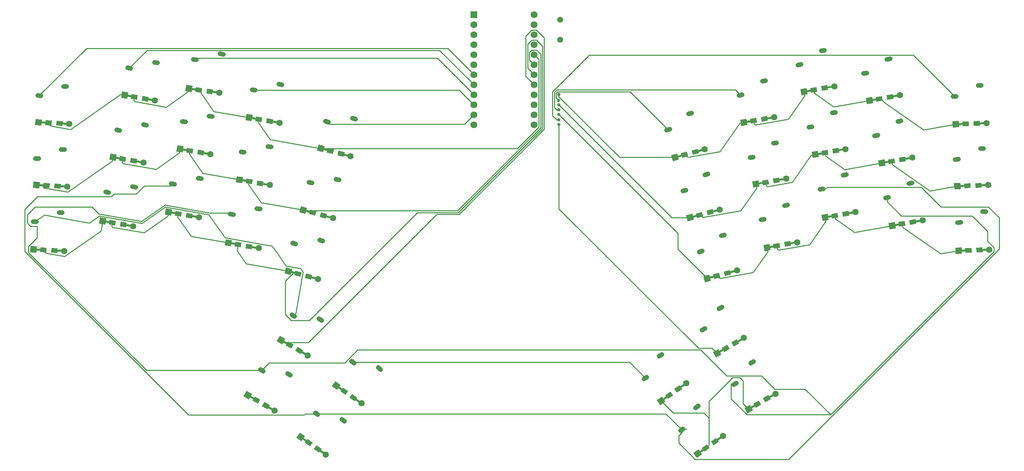
<source format=gbr>
G04 #@! TF.GenerationSoftware,KiCad,Pcbnew,(5.1.5)-1*
G04 #@! TF.CreationDate,2021-07-11T17:01:56-04:00*
G04 #@! TF.ProjectId,baboon38 v0.4,6261626f-6f6e-4333-9820-76302e342e6b,rev?*
G04 #@! TF.SameCoordinates,Original*
G04 #@! TF.FileFunction,Copper,L2,Bot*
G04 #@! TF.FilePolarity,Positive*
%FSLAX46Y46*%
G04 Gerber Fmt 4.6, Leading zero omitted, Abs format (unit mm)*
G04 Created by KiCad (PCBNEW (5.1.5)-1) date 2021-07-11 17:01:56*
%MOMM*%
%LPD*%
G04 APERTURE LIST*
%ADD10C,1.500000*%
%ADD11C,1.752600*%
%ADD12R,1.752600X1.752600*%
%ADD13C,1.200000*%
%ADD14C,0.100000*%
%ADD15C,1.600000*%
%ADD16C,0.800000*%
%ADD17C,0.250000*%
G04 APERTURE END LIST*
D10*
X164200000Y-21960000D03*
X164200000Y-27040000D03*
D11*
X157620000Y-20630000D03*
X142380000Y-48570000D03*
X157620000Y-23170000D03*
X157620000Y-25710000D03*
X157620000Y-28250000D03*
X157620000Y-30790000D03*
X157620000Y-33330000D03*
X157620000Y-35870000D03*
X157620000Y-38410000D03*
X157620000Y-40950000D03*
X157620000Y-43490000D03*
X157620000Y-46030000D03*
X157620000Y-48570000D03*
X142380000Y-46030000D03*
X142380000Y-43490000D03*
X142380000Y-40950000D03*
X142380000Y-38410000D03*
X142380000Y-35870000D03*
X142380000Y-33330000D03*
X142380000Y-30790000D03*
X142380000Y-28250000D03*
X142380000Y-25710000D03*
X142380000Y-23170000D03*
D12*
X142380000Y-20630000D03*
D13*
X220978800Y-69040811D02*
X221766646Y-68901893D01*
X215067856Y-72662254D02*
X215855702Y-72523336D01*
X37896265Y-54843600D02*
X38695777Y-54871520D01*
X31361550Y-57156951D02*
X32161062Y-57184871D01*
G04 #@! TA.AperFunction,Conductor*
D14*
G36*
X214287161Y-119055081D02*
G01*
X214537161Y-119488093D01*
X212025687Y-120938093D01*
X211775687Y-120505081D01*
X214287161Y-119055081D01*
G37*
G04 #@! TD.AperFunction*
G04 #@! TA.AperFunction,Conductor*
G36*
X218617289Y-116555081D02*
G01*
X218867289Y-116988093D01*
X216355815Y-118438093D01*
X216105815Y-118005081D01*
X218617289Y-116555081D01*
G37*
G04 #@! TD.AperFunction*
G04 #@! TA.AperFunction,ComponentPad*
G36*
X212236809Y-119603767D02*
G01*
X213036809Y-120989407D01*
X211651169Y-121789407D01*
X210851169Y-120403767D01*
X212236809Y-119603767D01*
G37*
G04 #@! TD.AperFunction*
D15*
X218698987Y-116796587D03*
G04 #@! TA.AperFunction,SMDPad,CuDef*
D14*
G36*
X216926744Y-117126972D02*
G01*
X217526744Y-118166202D01*
X216141104Y-118966202D01*
X215541104Y-117926972D01*
X216926744Y-117126972D01*
G37*
G04 #@! TD.AperFunction*
G04 #@! TA.AperFunction,SMDPad,CuDef*
G36*
X214501872Y-118526972D02*
G01*
X215101872Y-119566202D01*
X213716232Y-120366202D01*
X213116232Y-119326972D01*
X214501872Y-118526972D01*
G37*
G04 #@! TD.AperFunction*
G04 #@! TA.AperFunction,Conductor*
G36*
X201209441Y-130143427D02*
G01*
X201496230Y-130553003D01*
X199120689Y-132216375D01*
X198833900Y-131806799D01*
X201209441Y-130143427D01*
G37*
G04 #@! TD.AperFunction*
G04 #@! TA.AperFunction,Conductor*
G36*
X205305201Y-127275545D02*
G01*
X205591990Y-127685121D01*
X203216449Y-129348493D01*
X202929660Y-128938917D01*
X205305201Y-127275545D01*
G37*
G04 #@! TD.AperFunction*
G04 #@! TA.AperFunction,ComponentPad*
G36*
X199214712Y-130868725D02*
G01*
X200132435Y-132179368D01*
X198821792Y-133097091D01*
X197904069Y-131786448D01*
X199214712Y-130868725D01*
G37*
G04 #@! TD.AperFunction*
D15*
X205407638Y-127509012D03*
G04 #@! TA.AperFunction,SMDPad,CuDef*
D14*
G36*
X203670934Y-127992601D02*
G01*
X204359225Y-128975583D01*
X203048582Y-129893305D01*
X202360291Y-128910323D01*
X203670934Y-127992601D01*
G37*
G04 #@! TD.AperFunction*
G04 #@! TA.AperFunction,SMDPad,CuDef*
G36*
X201377308Y-129598615D02*
G01*
X202065599Y-130581597D01*
X200754956Y-131499319D01*
X200066665Y-130516337D01*
X201377308Y-129598615D01*
G37*
G04 #@! TD.AperFunction*
G04 #@! TA.AperFunction,Conductor*
G36*
X191938464Y-116784573D02*
G01*
X192225253Y-117194149D01*
X189849712Y-118857521D01*
X189562923Y-118447945D01*
X191938464Y-116784573D01*
G37*
G04 #@! TD.AperFunction*
G04 #@! TA.AperFunction,Conductor*
G36*
X196034224Y-113916691D02*
G01*
X196321013Y-114326267D01*
X193945472Y-115989639D01*
X193658683Y-115580063D01*
X196034224Y-113916691D01*
G37*
G04 #@! TD.AperFunction*
G04 #@! TA.AperFunction,ComponentPad*
G36*
X189943735Y-117509871D02*
G01*
X190861458Y-118820514D01*
X189550815Y-119738237D01*
X188633092Y-118427594D01*
X189943735Y-117509871D01*
G37*
G04 #@! TD.AperFunction*
D15*
X196136661Y-114150158D03*
G04 #@! TA.AperFunction,SMDPad,CuDef*
D14*
G36*
X194399957Y-114633747D02*
G01*
X195088248Y-115616729D01*
X193777605Y-116534451D01*
X193089314Y-115551469D01*
X194399957Y-114633747D01*
G37*
G04 #@! TD.AperFunction*
G04 #@! TA.AperFunction,SMDPad,CuDef*
G36*
X192106331Y-116239761D02*
G01*
X192794622Y-117222743D01*
X191483979Y-118140465D01*
X190795688Y-117157483D01*
X192106331Y-116239761D01*
G37*
G04 #@! TD.AperFunction*
G04 #@! TA.AperFunction,Conductor*
G36*
X206290055Y-104904240D02*
G01*
X206540055Y-105337252D01*
X204028581Y-106787252D01*
X203778581Y-106354240D01*
X206290055Y-104904240D01*
G37*
G04 #@! TD.AperFunction*
G04 #@! TA.AperFunction,Conductor*
G36*
X210620183Y-102404240D02*
G01*
X210870183Y-102837252D01*
X208358709Y-104287252D01*
X208108709Y-103854240D01*
X210620183Y-102404240D01*
G37*
G04 #@! TD.AperFunction*
G04 #@! TA.AperFunction,ComponentPad*
G36*
X204239703Y-105452926D02*
G01*
X205039703Y-106838566D01*
X203654063Y-107638566D01*
X202854063Y-106252926D01*
X204239703Y-105452926D01*
G37*
G04 #@! TD.AperFunction*
D15*
X210701881Y-102645746D03*
G04 #@! TA.AperFunction,SMDPad,CuDef*
D14*
G36*
X208929638Y-102976131D02*
G01*
X209529638Y-104015361D01*
X208143998Y-104815361D01*
X207543998Y-103776131D01*
X208929638Y-102976131D01*
G37*
G04 #@! TD.AperFunction*
G04 #@! TA.AperFunction,SMDPad,CuDef*
G36*
X206504766Y-104376131D02*
G01*
X207104766Y-105415361D01*
X205719126Y-106215361D01*
X205119126Y-105176131D01*
X206504766Y-104376131D01*
G37*
G04 #@! TD.AperFunction*
G04 #@! TA.AperFunction,Conductor*
G36*
X87708794Y-118370495D02*
G01*
X87458794Y-118803507D01*
X84947320Y-117353507D01*
X85197320Y-116920495D01*
X87708794Y-118370495D01*
G37*
G04 #@! TD.AperFunction*
G04 #@! TA.AperFunction,Conductor*
G36*
X92038922Y-120870495D02*
G01*
X91788922Y-121303507D01*
X89277448Y-119853507D01*
X89527448Y-119420495D01*
X92038922Y-120870495D01*
G37*
G04 #@! TD.AperFunction*
G04 #@! TA.AperFunction,ComponentPad*
G36*
X86208442Y-116869181D02*
G01*
X85408442Y-118254821D01*
X84022802Y-117454821D01*
X84822802Y-116069181D01*
X86208442Y-116869181D01*
G37*
G04 #@! TD.AperFunction*
D15*
X91870620Y-121062001D03*
G04 #@! TA.AperFunction,SMDPad,CuDef*
D14*
G36*
X90698377Y-119692386D02*
G01*
X90098377Y-120731616D01*
X88712737Y-119931616D01*
X89312737Y-118892386D01*
X90698377Y-119692386D01*
G37*
G04 #@! TD.AperFunction*
G04 #@! TA.AperFunction,SMDPad,CuDef*
G36*
X88273505Y-118292386D02*
G01*
X87673505Y-119331616D01*
X86287865Y-118531616D01*
X86887865Y-117492386D01*
X88273505Y-118292386D01*
G37*
G04 #@! TD.AperFunction*
G04 #@! TA.AperFunction,Conductor*
G36*
X100975851Y-129195995D02*
G01*
X100689062Y-129605571D01*
X98313521Y-127942199D01*
X98600310Y-127532623D01*
X100975851Y-129195995D01*
G37*
G04 #@! TD.AperFunction*
G04 #@! TA.AperFunction,Conductor*
G36*
X105071611Y-132063877D02*
G01*
X104784822Y-132473453D01*
X102409281Y-130810081D01*
X102696070Y-130400505D01*
X105071611Y-132063877D01*
G37*
G04 #@! TD.AperFunction*
G04 #@! TA.AperFunction,ComponentPad*
G36*
X99612056Y-127569630D02*
G01*
X98694333Y-128880273D01*
X97383690Y-127962550D01*
X98301413Y-126651907D01*
X99612056Y-127569630D01*
G37*
G04 #@! TD.AperFunction*
D15*
X104887259Y-132239986D03*
G04 #@! TA.AperFunction,SMDPad,CuDef*
D14*
G36*
X103838846Y-130773415D02*
G01*
X103150555Y-131756397D01*
X101839912Y-130838675D01*
X102528203Y-129855693D01*
X103838846Y-130773415D01*
G37*
G04 #@! TD.AperFunction*
G04 #@! TA.AperFunction,SMDPad,CuDef*
G36*
X101545220Y-129167401D02*
G01*
X100856929Y-130150383D01*
X99546286Y-129232661D01*
X100234577Y-128249679D01*
X101545220Y-129167401D01*
G37*
G04 #@! TD.AperFunction*
G04 #@! TA.AperFunction,Conductor*
G36*
X109974117Y-116162146D02*
G01*
X109687328Y-116571722D01*
X107311787Y-114908350D01*
X107598576Y-114498774D01*
X109974117Y-116162146D01*
G37*
G04 #@! TD.AperFunction*
G04 #@! TA.AperFunction,Conductor*
G36*
X114069877Y-119030028D02*
G01*
X113783088Y-119439604D01*
X111407547Y-117776232D01*
X111694336Y-117366656D01*
X114069877Y-119030028D01*
G37*
G04 #@! TD.AperFunction*
G04 #@! TA.AperFunction,ComponentPad*
G36*
X108610322Y-114535781D02*
G01*
X107692599Y-115846424D01*
X106381956Y-114928701D01*
X107299679Y-113618058D01*
X108610322Y-114535781D01*
G37*
G04 #@! TD.AperFunction*
D15*
X113885525Y-119206137D03*
G04 #@! TA.AperFunction,SMDPad,CuDef*
D14*
G36*
X112837112Y-117739566D02*
G01*
X112148821Y-118722548D01*
X110838178Y-117804826D01*
X111526469Y-116821844D01*
X112837112Y-117739566D01*
G37*
G04 #@! TD.AperFunction*
G04 #@! TA.AperFunction,SMDPad,CuDef*
G36*
X110543486Y-116133552D02*
G01*
X109855195Y-117116534D01*
X108544552Y-116198812D01*
X109232843Y-115215830D01*
X110543486Y-116133552D01*
G37*
G04 #@! TD.AperFunction*
G04 #@! TA.AperFunction,Conductor*
G36*
X96121807Y-104384030D02*
G01*
X95871807Y-104817042D01*
X93360333Y-103367042D01*
X93610333Y-102934030D01*
X96121807Y-104384030D01*
G37*
G04 #@! TD.AperFunction*
G04 #@! TA.AperFunction,Conductor*
G36*
X100451935Y-106884030D02*
G01*
X100201935Y-107317042D01*
X97690461Y-105867042D01*
X97940461Y-105434030D01*
X100451935Y-106884030D01*
G37*
G04 #@! TD.AperFunction*
G04 #@! TA.AperFunction,ComponentPad*
G36*
X94621455Y-102882716D02*
G01*
X93821455Y-104268356D01*
X92435815Y-103468356D01*
X93235815Y-102082716D01*
X94621455Y-102882716D01*
G37*
G04 #@! TD.AperFunction*
D15*
X100283633Y-107075536D03*
G04 #@! TA.AperFunction,SMDPad,CuDef*
D14*
G36*
X99111390Y-105705921D02*
G01*
X98511390Y-106745151D01*
X97125750Y-105945151D01*
X97725750Y-104905921D01*
X99111390Y-105705921D01*
G37*
G04 #@! TD.AperFunction*
G04 #@! TA.AperFunction,SMDPad,CuDef*
G36*
X96686518Y-104305921D02*
G01*
X96086518Y-105345151D01*
X94700878Y-104545151D01*
X95300878Y-103505921D01*
X96686518Y-104305921D01*
G37*
G04 #@! TD.AperFunction*
G04 #@! TA.AperFunction,Conductor*
G36*
X267911737Y-80163134D02*
G01*
X267929187Y-80662829D01*
X265030953Y-80764038D01*
X265013503Y-80264343D01*
X267911737Y-80163134D01*
G37*
G04 #@! TD.AperFunction*
G04 #@! TA.AperFunction,Conductor*
G36*
X272908691Y-79988636D02*
G01*
X272926141Y-80488331D01*
X270027907Y-80589540D01*
X270010457Y-80089845D01*
X272908691Y-79988636D01*
G37*
G04 #@! TD.AperFunction*
G04 #@! TA.AperFunction,ComponentPad*
G36*
X265843791Y-79685013D02*
G01*
X265899630Y-81284038D01*
X264300605Y-81339877D01*
X264244766Y-79740852D01*
X265843791Y-79685013D01*
G37*
G04 #@! TD.AperFunction*
D15*
X272867446Y-80240229D03*
G04 #@! TA.AperFunction,SMDPad,CuDef*
D14*
G36*
X271147542Y-79699924D02*
G01*
X271189421Y-80899193D01*
X269590396Y-80955032D01*
X269548517Y-79755763D01*
X271147542Y-79699924D01*
G37*
G04 #@! TD.AperFunction*
G04 #@! TA.AperFunction,SMDPad,CuDef*
G36*
X268349248Y-79797642D02*
G01*
X268391127Y-80996911D01*
X266792102Y-81052750D01*
X266750223Y-79853481D01*
X268349248Y-79797642D01*
G37*
G04 #@! TD.AperFunction*
G04 #@! TA.AperFunction,Conductor*
G36*
X251029216Y-73416505D02*
G01*
X251116040Y-73908909D01*
X248260098Y-74412489D01*
X248173274Y-73920085D01*
X251029216Y-73416505D01*
G37*
G04 #@! TD.AperFunction*
G04 #@! TA.AperFunction,Conductor*
G36*
X255953254Y-72548265D02*
G01*
X256040078Y-73040669D01*
X253184136Y-73544249D01*
X253097312Y-73051845D01*
X255953254Y-72548265D01*
G37*
G04 #@! TD.AperFunction*
G04 #@! TA.AperFunction,ComponentPad*
G36*
X248914854Y-73230840D02*
G01*
X249192691Y-74806533D01*
X247616998Y-75084370D01*
X247339161Y-73508677D01*
X248914854Y-73230840D01*
G37*
G04 #@! TD.AperFunction*
D15*
X255947426Y-72803149D03*
G04 #@! TA.AperFunction,SMDPad,CuDef*
D14*
G36*
X254169064Y-72507467D02*
G01*
X254377442Y-73689236D01*
X252801750Y-73967073D01*
X252593372Y-72785304D01*
X254169064Y-72507467D01*
G37*
G04 #@! TD.AperFunction*
G04 #@! TA.AperFunction,SMDPad,CuDef*
G36*
X251411602Y-72993681D02*
G01*
X251619980Y-74175450D01*
X250044288Y-74453287D01*
X249835910Y-73271518D01*
X251411602Y-72993681D01*
G37*
G04 #@! TD.AperFunction*
G04 #@! TA.AperFunction,Conductor*
G36*
X234046580Y-71328425D02*
G01*
X234133404Y-71820829D01*
X231277462Y-72324409D01*
X231190638Y-71832005D01*
X234046580Y-71328425D01*
G37*
G04 #@! TD.AperFunction*
G04 #@! TA.AperFunction,Conductor*
G36*
X238970618Y-70460185D02*
G01*
X239057442Y-70952589D01*
X236201500Y-71456169D01*
X236114676Y-70963765D01*
X238970618Y-70460185D01*
G37*
G04 #@! TD.AperFunction*
G04 #@! TA.AperFunction,ComponentPad*
G36*
X231932218Y-71142760D02*
G01*
X232210055Y-72718453D01*
X230634362Y-72996290D01*
X230356525Y-71420597D01*
X231932218Y-71142760D01*
G37*
G04 #@! TD.AperFunction*
D15*
X238964790Y-70715069D03*
G04 #@! TA.AperFunction,SMDPad,CuDef*
D14*
G36*
X237186428Y-70419387D02*
G01*
X237394806Y-71601156D01*
X235819114Y-71878993D01*
X235610736Y-70697224D01*
X237186428Y-70419387D01*
G37*
G04 #@! TD.AperFunction*
G04 #@! TA.AperFunction,SMDPad,CuDef*
G36*
X234428966Y-70905601D02*
G01*
X234637344Y-72087370D01*
X233061652Y-72365207D01*
X232853274Y-71183438D01*
X234428966Y-70905601D01*
G37*
G04 #@! TD.AperFunction*
G04 #@! TA.AperFunction,Conductor*
G36*
X219324166Y-78974377D02*
G01*
X219410990Y-79466781D01*
X216555048Y-79970361D01*
X216468224Y-79477957D01*
X219324166Y-78974377D01*
G37*
G04 #@! TD.AperFunction*
G04 #@! TA.AperFunction,Conductor*
G36*
X224248204Y-78106137D02*
G01*
X224335028Y-78598541D01*
X221479086Y-79102121D01*
X221392262Y-78609717D01*
X224248204Y-78106137D01*
G37*
G04 #@! TD.AperFunction*
G04 #@! TA.AperFunction,ComponentPad*
G36*
X217209804Y-78788712D02*
G01*
X217487641Y-80364405D01*
X215911948Y-80642242D01*
X215634111Y-79066549D01*
X217209804Y-78788712D01*
G37*
G04 #@! TD.AperFunction*
D15*
X224242376Y-78361021D03*
G04 #@! TA.AperFunction,SMDPad,CuDef*
D14*
G36*
X222464014Y-78065339D02*
G01*
X222672392Y-79247108D01*
X221096700Y-79524945D01*
X220888322Y-78343176D01*
X222464014Y-78065339D01*
G37*
G04 #@! TD.AperFunction*
G04 #@! TA.AperFunction,SMDPad,CuDef*
G36*
X219706552Y-78551553D02*
G01*
X219914930Y-79733322D01*
X218339238Y-80011159D01*
X218130860Y-78829390D01*
X219706552Y-78551553D01*
G37*
G04 #@! TD.AperFunction*
G04 #@! TA.AperFunction,Conductor*
G36*
X204110907Y-86571283D02*
G01*
X204240316Y-87054246D01*
X201439131Y-87804821D01*
X201309722Y-87321858D01*
X204110907Y-86571283D01*
G37*
G04 #@! TD.AperFunction*
G04 #@! TA.AperFunction,Conductor*
G36*
X208940537Y-85277187D02*
G01*
X209069946Y-85760150D01*
X206268761Y-86510725D01*
X206139352Y-86027762D01*
X208940537Y-85277187D01*
G37*
G04 #@! TD.AperFunction*
G04 #@! TA.AperFunction,ComponentPad*
G36*
X201988408Y-86570602D02*
G01*
X202402519Y-88116083D01*
X200857038Y-88530194D01*
X200442927Y-86984713D01*
X201988408Y-86570602D01*
G37*
G04 #@! TD.AperFunction*
D15*
X208956945Y-85531610D03*
G04 #@! TA.AperFunction,SMDPad,CuDef*
D14*
G36*
X207159579Y-85392046D02*
G01*
X207470162Y-86551157D01*
X205924681Y-86965268D01*
X205614098Y-85806157D01*
X207159579Y-85392046D01*
G37*
G04 #@! TD.AperFunction*
G04 #@! TA.AperFunction,SMDPad,CuDef*
G36*
X204454987Y-86116740D02*
G01*
X204765570Y-87275851D01*
X203220089Y-87689962D01*
X202909506Y-86530851D01*
X204454987Y-86116740D01*
G37*
G04 #@! TD.AperFunction*
G04 #@! TA.AperFunction,Conductor*
G36*
X98196457Y-86198159D02*
G01*
X98067048Y-86681122D01*
X95265863Y-85930547D01*
X95395272Y-85447584D01*
X98196457Y-86198159D01*
G37*
G04 #@! TD.AperFunction*
G04 #@! TA.AperFunction,Conductor*
G36*
X103026087Y-87492255D02*
G01*
X102896678Y-87975218D01*
X100095493Y-87224643D01*
X100224902Y-86741680D01*
X103026087Y-87492255D01*
G37*
G04 #@! TD.AperFunction*
G04 #@! TA.AperFunction,ComponentPad*
G36*
X96358660Y-85136322D02*
G01*
X95944549Y-86681803D01*
X94399068Y-86267692D01*
X94813179Y-84722211D01*
X96358660Y-85136322D01*
G37*
G04 #@! TD.AperFunction*
D15*
X102913086Y-87720795D03*
G04 #@! TA.AperFunction,SMDPad,CuDef*
D14*
G36*
X101426303Y-86701248D02*
G01*
X101115720Y-87860359D01*
X99570239Y-87446248D01*
X99880822Y-86287137D01*
X101426303Y-86701248D01*
G37*
G04 #@! TD.AperFunction*
G04 #@! TA.AperFunction,SMDPad,CuDef*
G36*
X98721711Y-85976554D02*
G01*
X98411128Y-87135665D01*
X96865647Y-86721554D01*
X97176230Y-85562443D01*
X98721711Y-85976554D01*
G37*
G04 #@! TD.AperFunction*
G04 #@! TA.AperFunction,Conductor*
G36*
X83043163Y-78771399D02*
G01*
X82956339Y-79263803D01*
X80100397Y-78760223D01*
X80187221Y-78267819D01*
X83043163Y-78771399D01*
G37*
G04 #@! TD.AperFunction*
G04 #@! TA.AperFunction,Conductor*
G36*
X87967201Y-79639639D02*
G01*
X87880377Y-80132043D01*
X85024435Y-79628463D01*
X85111259Y-79136059D01*
X87967201Y-79639639D01*
G37*
G04 #@! TD.AperFunction*
G04 #@! TA.AperFunction,ComponentPad*
G36*
X81119814Y-77873775D02*
G01*
X80841977Y-79449468D01*
X79266284Y-79171631D01*
X79544121Y-77595938D01*
X81119814Y-77873775D01*
G37*
G04 #@! TD.AperFunction*
D15*
X87874549Y-79877159D03*
G04 #@! TA.AperFunction,SMDPad,CuDef*
D14*
G36*
X86304565Y-78991072D02*
G01*
X86096187Y-80172841D01*
X84520495Y-79895004D01*
X84728873Y-78713235D01*
X86304565Y-78991072D01*
G37*
G04 #@! TD.AperFunction*
G04 #@! TA.AperFunction,SMDPad,CuDef*
G36*
X83547103Y-78504858D02*
G01*
X83338725Y-79686627D01*
X81763033Y-79408790D01*
X81971411Y-78227021D01*
X83547103Y-78504858D01*
G37*
G04 #@! TD.AperFunction*
G04 #@! TA.AperFunction,Conductor*
G36*
X67904843Y-70961069D02*
G01*
X67818019Y-71453473D01*
X64962077Y-70949893D01*
X65048901Y-70457489D01*
X67904843Y-70961069D01*
G37*
G04 #@! TD.AperFunction*
G04 #@! TA.AperFunction,Conductor*
G36*
X72828881Y-71829309D02*
G01*
X72742057Y-72321713D01*
X69886115Y-71818133D01*
X69972939Y-71325729D01*
X72828881Y-71829309D01*
G37*
G04 #@! TD.AperFunction*
G04 #@! TA.AperFunction,ComponentPad*
G36*
X65981494Y-70063445D02*
G01*
X65703657Y-71639138D01*
X64127964Y-71361301D01*
X64405801Y-69785608D01*
X65981494Y-70063445D01*
G37*
G04 #@! TD.AperFunction*
D15*
X72736229Y-72066829D03*
G04 #@! TA.AperFunction,SMDPad,CuDef*
D14*
G36*
X71166245Y-71180742D02*
G01*
X70957867Y-72362511D01*
X69382175Y-72084674D01*
X69590553Y-70902905D01*
X71166245Y-71180742D01*
G37*
G04 #@! TD.AperFunction*
G04 #@! TA.AperFunction,SMDPad,CuDef*
G36*
X68408783Y-70694528D02*
G01*
X68200405Y-71876297D01*
X66624713Y-71598460D01*
X66833091Y-70416691D01*
X68408783Y-70694528D01*
G37*
G04 #@! TD.AperFunction*
G04 #@! TA.AperFunction,Conductor*
G36*
X51238496Y-73222242D02*
G01*
X51151672Y-73714646D01*
X48295730Y-73211066D01*
X48382554Y-72718662D01*
X51238496Y-73222242D01*
G37*
G04 #@! TD.AperFunction*
G04 #@! TA.AperFunction,Conductor*
G36*
X56162534Y-74090482D02*
G01*
X56075710Y-74582886D01*
X53219768Y-74079306D01*
X53306592Y-73586902D01*
X56162534Y-74090482D01*
G37*
G04 #@! TD.AperFunction*
G04 #@! TA.AperFunction,ComponentPad*
G36*
X49315147Y-72324618D02*
G01*
X49037310Y-73900311D01*
X47461617Y-73622474D01*
X47739454Y-72046781D01*
X49315147Y-72324618D01*
G37*
G04 #@! TD.AperFunction*
D15*
X56069882Y-74328002D03*
G04 #@! TA.AperFunction,SMDPad,CuDef*
D14*
G36*
X54499898Y-73441915D02*
G01*
X54291520Y-74623684D01*
X52715828Y-74345847D01*
X52924206Y-73164078D01*
X54499898Y-73441915D01*
G37*
G04 #@! TD.AperFunction*
G04 #@! TA.AperFunction,SMDPad,CuDef*
G36*
X51742436Y-72955701D02*
G01*
X51534058Y-74137470D01*
X49958366Y-73859633D01*
X50166744Y-72677864D01*
X51742436Y-72955701D01*
G37*
G04 #@! TD.AperFunction*
G04 #@! TA.AperFunction,Conductor*
G36*
X33715361Y-80095179D02*
G01*
X33689193Y-80594494D01*
X30793167Y-80442719D01*
X30819335Y-79943404D01*
X33715361Y-80095179D01*
G37*
G04 #@! TD.AperFunction*
G04 #@! TA.AperFunction,Conductor*
G36*
X38708509Y-80356859D02*
G01*
X38682341Y-80856174D01*
X35786315Y-80704399D01*
X35812483Y-80205084D01*
X38708509Y-80356859D01*
G37*
G04 #@! TD.AperFunction*
G04 #@! TA.AperFunction,ComponentPad*
G36*
X31696955Y-79438644D02*
G01*
X31613218Y-81036451D01*
X30015411Y-80952714D01*
X30099148Y-79354907D01*
X31696955Y-79438644D01*
G37*
G04 #@! TD.AperFunction*
D15*
X38645493Y-80603899D03*
G04 #@! TA.AperFunction,SMDPad,CuDef*
D14*
G36*
X36979224Y-79915750D02*
G01*
X36916421Y-81114105D01*
X35318614Y-81030368D01*
X35381417Y-79832013D01*
X36979224Y-79915750D01*
G37*
G04 #@! TD.AperFunction*
G04 #@! TA.AperFunction,SMDPad,CuDef*
G36*
X34183062Y-79769210D02*
G01*
X34120259Y-80967565D01*
X32522452Y-80883828D01*
X32585255Y-79685473D01*
X34183062Y-79769210D01*
G37*
G04 #@! TD.AperFunction*
G04 #@! TA.AperFunction,Conductor*
G36*
X267638844Y-63776998D02*
G01*
X267656294Y-64276693D01*
X264758060Y-64377902D01*
X264740610Y-63878207D01*
X267638844Y-63776998D01*
G37*
G04 #@! TD.AperFunction*
G04 #@! TA.AperFunction,Conductor*
G36*
X272635798Y-63602500D02*
G01*
X272653248Y-64102195D01*
X269755014Y-64203404D01*
X269737564Y-63703709D01*
X272635798Y-63602500D01*
G37*
G04 #@! TD.AperFunction*
G04 #@! TA.AperFunction,ComponentPad*
G36*
X265570898Y-63298877D02*
G01*
X265626737Y-64897902D01*
X264027712Y-64953741D01*
X263971873Y-63354716D01*
X265570898Y-63298877D01*
G37*
G04 #@! TD.AperFunction*
D15*
X272594553Y-63854093D03*
G04 #@! TA.AperFunction,SMDPad,CuDef*
D14*
G36*
X270874649Y-63313788D02*
G01*
X270916528Y-64513057D01*
X269317503Y-64568896D01*
X269275624Y-63369627D01*
X270874649Y-63313788D01*
G37*
G04 #@! TD.AperFunction*
G04 #@! TA.AperFunction,SMDPad,CuDef*
G36*
X268076355Y-63411506D02*
G01*
X268118234Y-64610775D01*
X266519209Y-64666614D01*
X266477330Y-63467345D01*
X268076355Y-63411506D01*
G37*
G04 #@! TD.AperFunction*
G04 #@! TA.AperFunction,Conductor*
G36*
X248404065Y-57527244D02*
G01*
X248490889Y-58019648D01*
X245634947Y-58523228D01*
X245548123Y-58030824D01*
X248404065Y-57527244D01*
G37*
G04 #@! TD.AperFunction*
G04 #@! TA.AperFunction,Conductor*
G36*
X253328103Y-56659004D02*
G01*
X253414927Y-57151408D01*
X250558985Y-57654988D01*
X250472161Y-57162584D01*
X253328103Y-56659004D01*
G37*
G04 #@! TD.AperFunction*
G04 #@! TA.AperFunction,ComponentPad*
G36*
X246289703Y-57341579D02*
G01*
X246567540Y-58917272D01*
X244991847Y-59195109D01*
X244714010Y-57619416D01*
X246289703Y-57341579D01*
G37*
G04 #@! TD.AperFunction*
D15*
X253322275Y-56913888D03*
G04 #@! TA.AperFunction,SMDPad,CuDef*
D14*
G36*
X251543913Y-56618206D02*
G01*
X251752291Y-57799975D01*
X250176599Y-58077812D01*
X249968221Y-56896043D01*
X251543913Y-56618206D01*
G37*
G04 #@! TD.AperFunction*
G04 #@! TA.AperFunction,SMDPad,CuDef*
G36*
X248786451Y-57104420D02*
G01*
X248994829Y-58286189D01*
X247419137Y-58564026D01*
X247210759Y-57382257D01*
X248786451Y-57104420D01*
G37*
G04 #@! TD.AperFunction*
G04 #@! TA.AperFunction,Conductor*
G36*
X231529765Y-55348260D02*
G01*
X231616589Y-55840664D01*
X228760647Y-56344244D01*
X228673823Y-55851840D01*
X231529765Y-55348260D01*
G37*
G04 #@! TD.AperFunction*
G04 #@! TA.AperFunction,Conductor*
G36*
X236453803Y-54480020D02*
G01*
X236540627Y-54972424D01*
X233684685Y-55476004D01*
X233597861Y-54983600D01*
X236453803Y-54480020D01*
G37*
G04 #@! TD.AperFunction*
G04 #@! TA.AperFunction,ComponentPad*
G36*
X229415403Y-55162595D02*
G01*
X229693240Y-56738288D01*
X228117547Y-57016125D01*
X227839710Y-55440432D01*
X229415403Y-55162595D01*
G37*
G04 #@! TD.AperFunction*
D15*
X236447975Y-54734904D03*
G04 #@! TA.AperFunction,SMDPad,CuDef*
D14*
G36*
X234669613Y-54439222D02*
G01*
X234877991Y-55620991D01*
X233302299Y-55898828D01*
X233093921Y-54717059D01*
X234669613Y-54439222D01*
G37*
G04 #@! TD.AperFunction*
G04 #@! TA.AperFunction,SMDPad,CuDef*
G36*
X231912151Y-54925436D02*
G01*
X232120529Y-56107205D01*
X230544837Y-56385042D01*
X230336459Y-55203273D01*
X231912151Y-54925436D01*
G37*
G04 #@! TD.AperFunction*
G04 #@! TA.AperFunction,Conductor*
G36*
X216517210Y-62868447D02*
G01*
X216604034Y-63360851D01*
X213748092Y-63864431D01*
X213661268Y-63372027D01*
X216517210Y-62868447D01*
G37*
G04 #@! TD.AperFunction*
G04 #@! TA.AperFunction,Conductor*
G36*
X221441248Y-62000207D02*
G01*
X221528072Y-62492611D01*
X218672130Y-62996191D01*
X218585306Y-62503787D01*
X221441248Y-62000207D01*
G37*
G04 #@! TD.AperFunction*
G04 #@! TA.AperFunction,ComponentPad*
G36*
X214402848Y-62682782D02*
G01*
X214680685Y-64258475D01*
X213104992Y-64536312D01*
X212827155Y-62960619D01*
X214402848Y-62682782D01*
G37*
G04 #@! TD.AperFunction*
D15*
X221435420Y-62255091D03*
G04 #@! TA.AperFunction,SMDPad,CuDef*
D14*
G36*
X219657058Y-61959409D02*
G01*
X219865436Y-63141178D01*
X218289744Y-63419015D01*
X218081366Y-62237246D01*
X219657058Y-61959409D01*
G37*
G04 #@! TD.AperFunction*
G04 #@! TA.AperFunction,SMDPad,CuDef*
G36*
X216899596Y-62445623D02*
G01*
X217107974Y-63627392D01*
X215532282Y-63905229D01*
X215323904Y-62723460D01*
X216899596Y-62445623D01*
G37*
G04 #@! TD.AperFunction*
G04 #@! TA.AperFunction,Conductor*
G36*
X199739933Y-71131574D02*
G01*
X199869342Y-71614537D01*
X197068157Y-72365112D01*
X196938748Y-71882149D01*
X199739933Y-71131574D01*
G37*
G04 #@! TD.AperFunction*
G04 #@! TA.AperFunction,Conductor*
G36*
X204569563Y-69837478D02*
G01*
X204698972Y-70320441D01*
X201897787Y-71071016D01*
X201768378Y-70588053D01*
X204569563Y-69837478D01*
G37*
G04 #@! TD.AperFunction*
G04 #@! TA.AperFunction,ComponentPad*
G36*
X197617434Y-71130893D02*
G01*
X198031545Y-72676374D01*
X196486064Y-73090485D01*
X196071953Y-71545004D01*
X197617434Y-71130893D01*
G37*
G04 #@! TD.AperFunction*
D15*
X204585971Y-70091901D03*
G04 #@! TA.AperFunction,SMDPad,CuDef*
D14*
G36*
X202788605Y-69952337D02*
G01*
X203099188Y-71111448D01*
X201553707Y-71525559D01*
X201243124Y-70366448D01*
X202788605Y-69952337D01*
G37*
G04 #@! TD.AperFunction*
G04 #@! TA.AperFunction,SMDPad,CuDef*
G36*
X200084013Y-70677031D02*
G01*
X200394596Y-71836142D01*
X198849115Y-72250253D01*
X198538532Y-71091142D01*
X200084013Y-70677031D01*
G37*
G04 #@! TD.AperFunction*
G04 #@! TA.AperFunction,Conductor*
G36*
X101960998Y-70711125D02*
G01*
X101831589Y-71194088D01*
X99030404Y-70443513D01*
X99159813Y-69960550D01*
X101960998Y-70711125D01*
G37*
G04 #@! TD.AperFunction*
G04 #@! TA.AperFunction,Conductor*
G36*
X106790628Y-72005221D02*
G01*
X106661219Y-72488184D01*
X103860034Y-71737609D01*
X103989443Y-71254646D01*
X106790628Y-72005221D01*
G37*
G04 #@! TD.AperFunction*
G04 #@! TA.AperFunction,ComponentPad*
G36*
X100123201Y-69649288D02*
G01*
X99709090Y-71194769D01*
X98163609Y-70780658D01*
X98577720Y-69235177D01*
X100123201Y-69649288D01*
G37*
G04 #@! TD.AperFunction*
D15*
X106677627Y-72233761D03*
G04 #@! TA.AperFunction,SMDPad,CuDef*
D14*
G36*
X105190844Y-71214214D02*
G01*
X104880261Y-72373325D01*
X103334780Y-71959214D01*
X103645363Y-70800103D01*
X105190844Y-71214214D01*
G37*
G04 #@! TD.AperFunction*
G04 #@! TA.AperFunction,SMDPad,CuDef*
G36*
X102486252Y-70489520D02*
G01*
X102175669Y-71648631D01*
X100630188Y-71234520D01*
X100940771Y-70075409D01*
X102486252Y-70489520D01*
G37*
G04 #@! TD.AperFunction*
G04 #@! TA.AperFunction,Conductor*
G36*
X85858838Y-62765087D02*
G01*
X85772014Y-63257491D01*
X82916072Y-62753911D01*
X83002896Y-62261507D01*
X85858838Y-62765087D01*
G37*
G04 #@! TD.AperFunction*
G04 #@! TA.AperFunction,Conductor*
G36*
X90782876Y-63633327D02*
G01*
X90696052Y-64125731D01*
X87840110Y-63622151D01*
X87926934Y-63129747D01*
X90782876Y-63633327D01*
G37*
G04 #@! TD.AperFunction*
G04 #@! TA.AperFunction,ComponentPad*
G36*
X83935489Y-61867463D02*
G01*
X83657652Y-63443156D01*
X82081959Y-63165319D01*
X82359796Y-61589626D01*
X83935489Y-61867463D01*
G37*
G04 #@! TD.AperFunction*
D15*
X90690224Y-63870847D03*
G04 #@! TA.AperFunction,SMDPad,CuDef*
D14*
G36*
X89120240Y-62984760D02*
G01*
X88911862Y-64166529D01*
X87336170Y-63888692D01*
X87544548Y-62706923D01*
X89120240Y-62984760D01*
G37*
G04 #@! TD.AperFunction*
G04 #@! TA.AperFunction,SMDPad,CuDef*
G36*
X86362778Y-62498546D02*
G01*
X86154400Y-63680315D01*
X84578708Y-63402478D01*
X84787086Y-62220709D01*
X86362778Y-62498546D01*
G37*
G04 #@! TD.AperFunction*
G04 #@! TA.AperFunction,Conductor*
G36*
X70820135Y-54946043D02*
G01*
X70733311Y-55438447D01*
X67877369Y-54934867D01*
X67964193Y-54442463D01*
X70820135Y-54946043D01*
G37*
G04 #@! TD.AperFunction*
G04 #@! TA.AperFunction,Conductor*
G36*
X75744173Y-55814283D02*
G01*
X75657349Y-56306687D01*
X72801407Y-55803107D01*
X72888231Y-55310703D01*
X75744173Y-55814283D01*
G37*
G04 #@! TD.AperFunction*
G04 #@! TA.AperFunction,ComponentPad*
G36*
X68896786Y-54048419D02*
G01*
X68618949Y-55624112D01*
X67043256Y-55346275D01*
X67321093Y-53770582D01*
X68896786Y-54048419D01*
G37*
G04 #@! TD.AperFunction*
D15*
X75651521Y-56051803D03*
G04 #@! TA.AperFunction,SMDPad,CuDef*
D14*
G36*
X74081537Y-55165716D02*
G01*
X73873159Y-56347485D01*
X72297467Y-56069648D01*
X72505845Y-54887879D01*
X74081537Y-55165716D01*
G37*
G04 #@! TD.AperFunction*
G04 #@! TA.AperFunction,SMDPad,CuDef*
G36*
X71324075Y-54679502D02*
G01*
X71115697Y-55861271D01*
X69540005Y-55583434D01*
X69748383Y-54401665D01*
X71324075Y-54679502D01*
G37*
G04 #@! TD.AperFunction*
G04 #@! TA.AperFunction,Conductor*
G36*
X53837500Y-57034123D02*
G01*
X53750676Y-57526527D01*
X50894734Y-57022947D01*
X50981558Y-56530543D01*
X53837500Y-57034123D01*
G37*
G04 #@! TD.AperFunction*
G04 #@! TA.AperFunction,Conductor*
G36*
X58761538Y-57902363D02*
G01*
X58674714Y-58394767D01*
X55818772Y-57891187D01*
X55905596Y-57398783D01*
X58761538Y-57902363D01*
G37*
G04 #@! TD.AperFunction*
G04 #@! TA.AperFunction,ComponentPad*
G36*
X51914151Y-56136499D02*
G01*
X51636314Y-57712192D01*
X50060621Y-57434355D01*
X50338458Y-55858662D01*
X51914151Y-56136499D01*
G37*
G04 #@! TD.AperFunction*
D15*
X58668886Y-58139883D03*
G04 #@! TA.AperFunction,SMDPad,CuDef*
D14*
G36*
X57098902Y-57253796D02*
G01*
X56890524Y-58435565D01*
X55314832Y-58157728D01*
X55523210Y-56975959D01*
X57098902Y-57253796D01*
G37*
G04 #@! TD.AperFunction*
G04 #@! TA.AperFunction,SMDPad,CuDef*
G36*
X54341440Y-56767582D02*
G01*
X54133062Y-57949351D01*
X52557370Y-57671514D01*
X52765748Y-56489745D01*
X54341440Y-56767582D01*
G37*
G04 #@! TD.AperFunction*
G04 #@! TA.AperFunction,Conductor*
G36*
X34495067Y-63765083D02*
G01*
X34468899Y-64264398D01*
X31572873Y-64112623D01*
X31599041Y-63613308D01*
X34495067Y-63765083D01*
G37*
G04 #@! TD.AperFunction*
G04 #@! TA.AperFunction,Conductor*
G36*
X39488215Y-64026763D02*
G01*
X39462047Y-64526078D01*
X36566021Y-64374303D01*
X36592189Y-63874988D01*
X39488215Y-64026763D01*
G37*
G04 #@! TD.AperFunction*
G04 #@! TA.AperFunction,ComponentPad*
G36*
X32476661Y-63108548D02*
G01*
X32392924Y-64706355D01*
X30795117Y-64622618D01*
X30878854Y-63024811D01*
X32476661Y-63108548D01*
G37*
G04 #@! TD.AperFunction*
D15*
X39425199Y-64273803D03*
G04 #@! TA.AperFunction,SMDPad,CuDef*
D14*
G36*
X37758930Y-63585654D02*
G01*
X37696127Y-64784009D01*
X36098320Y-64700272D01*
X36161123Y-63501917D01*
X37758930Y-63585654D01*
G37*
G04 #@! TD.AperFunction*
G04 #@! TA.AperFunction,SMDPad,CuDef*
G36*
X34962768Y-63439114D02*
G01*
X34899965Y-64637469D01*
X33302158Y-64553732D01*
X33364961Y-63355377D01*
X34962768Y-63439114D01*
G37*
G04 #@! TD.AperFunction*
G04 #@! TA.AperFunction,Conductor*
G36*
X267205323Y-48079478D02*
G01*
X267222773Y-48579173D01*
X264324539Y-48680382D01*
X264307089Y-48180687D01*
X267205323Y-48079478D01*
G37*
G04 #@! TD.AperFunction*
G04 #@! TA.AperFunction,Conductor*
G36*
X272202277Y-47904980D02*
G01*
X272219727Y-48404675D01*
X269321493Y-48505884D01*
X269304043Y-48006189D01*
X272202277Y-47904980D01*
G37*
G04 #@! TD.AperFunction*
G04 #@! TA.AperFunction,ComponentPad*
G36*
X265137377Y-47601357D02*
G01*
X265193216Y-49200382D01*
X263594191Y-49256221D01*
X263538352Y-47657196D01*
X265137377Y-47601357D01*
G37*
G04 #@! TD.AperFunction*
D15*
X272161032Y-48156573D03*
G04 #@! TA.AperFunction,SMDPad,CuDef*
D14*
G36*
X270441128Y-47616268D02*
G01*
X270483007Y-48815537D01*
X268883982Y-48871376D01*
X268842103Y-47672107D01*
X270441128Y-47616268D01*
G37*
G04 #@! TD.AperFunction*
G04 #@! TA.AperFunction,SMDPad,CuDef*
G36*
X267642834Y-47713986D02*
G01*
X267684713Y-48913255D01*
X266085688Y-48969094D01*
X266043809Y-47769825D01*
X267642834Y-47713986D01*
G37*
G04 #@! TD.AperFunction*
G04 #@! TA.AperFunction,Conductor*
G36*
X245272103Y-41694026D02*
G01*
X245358927Y-42186430D01*
X242502985Y-42690010D01*
X242416161Y-42197606D01*
X245272103Y-41694026D01*
G37*
G04 #@! TD.AperFunction*
G04 #@! TA.AperFunction,Conductor*
G36*
X250196141Y-40825786D02*
G01*
X250282965Y-41318190D01*
X247427023Y-41821770D01*
X247340199Y-41329366D01*
X250196141Y-40825786D01*
G37*
G04 #@! TD.AperFunction*
G04 #@! TA.AperFunction,ComponentPad*
G36*
X243157741Y-41508361D02*
G01*
X243435578Y-43084054D01*
X241859885Y-43361891D01*
X241582048Y-41786198D01*
X243157741Y-41508361D01*
G37*
G04 #@! TD.AperFunction*
D15*
X250190313Y-41080670D03*
G04 #@! TA.AperFunction,SMDPad,CuDef*
D14*
G36*
X248411951Y-40784988D02*
G01*
X248620329Y-41966757D01*
X247044637Y-42244594D01*
X246836259Y-41062825D01*
X248411951Y-40784988D01*
G37*
G04 #@! TD.AperFunction*
G04 #@! TA.AperFunction,SMDPad,CuDef*
G36*
X245654489Y-41271202D02*
G01*
X245862867Y-42452971D01*
X244287175Y-42730808D01*
X244078797Y-41549039D01*
X245654489Y-41271202D01*
G37*
G04 #@! TD.AperFunction*
G04 #@! TA.AperFunction,Conductor*
G36*
X228705376Y-39441568D02*
G01*
X228792200Y-39933972D01*
X225936258Y-40437552D01*
X225849434Y-39945148D01*
X228705376Y-39441568D01*
G37*
G04 #@! TD.AperFunction*
G04 #@! TA.AperFunction,Conductor*
G36*
X233629414Y-38573328D02*
G01*
X233716238Y-39065732D01*
X230860296Y-39569312D01*
X230773472Y-39076908D01*
X233629414Y-38573328D01*
G37*
G04 #@! TD.AperFunction*
G04 #@! TA.AperFunction,ComponentPad*
G36*
X226591014Y-39255903D02*
G01*
X226868851Y-40831596D01*
X225293158Y-41109433D01*
X225015321Y-39533740D01*
X226591014Y-39255903D01*
G37*
G04 #@! TD.AperFunction*
D15*
X233623586Y-38828212D03*
G04 #@! TA.AperFunction,SMDPad,CuDef*
D14*
G36*
X231845224Y-38532530D02*
G01*
X232053602Y-39714299D01*
X230477910Y-39992136D01*
X230269532Y-38810367D01*
X231845224Y-38532530D01*
G37*
G04 #@! TD.AperFunction*
G04 #@! TA.AperFunction,SMDPad,CuDef*
G36*
X229087762Y-39018744D02*
G01*
X229296140Y-40200513D01*
X227720448Y-40478350D01*
X227512070Y-39296581D01*
X229087762Y-39018744D01*
G37*
G04 #@! TD.AperFunction*
G04 #@! TA.AperFunction,Conductor*
G36*
X213467437Y-47243182D02*
G01*
X213554261Y-47735586D01*
X210698319Y-48239166D01*
X210611495Y-47746762D01*
X213467437Y-47243182D01*
G37*
G04 #@! TD.AperFunction*
G04 #@! TA.AperFunction,Conductor*
G36*
X218391475Y-46374942D02*
G01*
X218478299Y-46867346D01*
X215622357Y-47370926D01*
X215535533Y-46878522D01*
X218391475Y-46374942D01*
G37*
G04 #@! TD.AperFunction*
G04 #@! TA.AperFunction,ComponentPad*
G36*
X211353075Y-47057517D02*
G01*
X211630912Y-48633210D01*
X210055219Y-48911047D01*
X209777382Y-47335354D01*
X211353075Y-47057517D01*
G37*
G04 #@! TD.AperFunction*
D15*
X218385647Y-46629826D03*
G04 #@! TA.AperFunction,SMDPad,CuDef*
D14*
G36*
X216607285Y-46334144D02*
G01*
X216815663Y-47515913D01*
X215239971Y-47793750D01*
X215031593Y-46611981D01*
X216607285Y-46334144D01*
G37*
G04 #@! TD.AperFunction*
G04 #@! TA.AperFunction,SMDPad,CuDef*
G36*
X213849823Y-46820358D02*
G01*
X214058201Y-48002127D01*
X212482509Y-48279964D01*
X212274131Y-47098195D01*
X213849823Y-46820358D01*
G37*
G04 #@! TD.AperFunction*
G04 #@! TA.AperFunction,Conductor*
G36*
X195957961Y-55843779D02*
G01*
X196087370Y-56326742D01*
X193286185Y-57077317D01*
X193156776Y-56594354D01*
X195957961Y-55843779D01*
G37*
G04 #@! TD.AperFunction*
G04 #@! TA.AperFunction,Conductor*
G36*
X200787591Y-54549683D02*
G01*
X200917000Y-55032646D01*
X198115815Y-55783221D01*
X197986406Y-55300258D01*
X200787591Y-54549683D01*
G37*
G04 #@! TD.AperFunction*
G04 #@! TA.AperFunction,ComponentPad*
G36*
X193835462Y-55843098D02*
G01*
X194249573Y-57388579D01*
X192704092Y-57802690D01*
X192289981Y-56257209D01*
X193835462Y-55843098D01*
G37*
G04 #@! TD.AperFunction*
D15*
X200803999Y-54804106D03*
G04 #@! TA.AperFunction,SMDPad,CuDef*
D14*
G36*
X199006633Y-54664542D02*
G01*
X199317216Y-55823653D01*
X197771735Y-56237764D01*
X197461152Y-55078653D01*
X199006633Y-54664542D01*
G37*
G04 #@! TD.AperFunction*
G04 #@! TA.AperFunction,SMDPad,CuDef*
G36*
X196302041Y-55389236D02*
G01*
X196612624Y-56548347D01*
X195067143Y-56962458D01*
X194756560Y-55803347D01*
X196302041Y-55389236D01*
G37*
G04 #@! TD.AperFunction*
G04 #@! TA.AperFunction,Conductor*
G36*
X106414160Y-55063463D02*
G01*
X106284751Y-55546426D01*
X103483566Y-54795851D01*
X103612975Y-54312888D01*
X106414160Y-55063463D01*
G37*
G04 #@! TD.AperFunction*
G04 #@! TA.AperFunction,Conductor*
G36*
X111243790Y-56357559D02*
G01*
X111114381Y-56840522D01*
X108313196Y-56089947D01*
X108442605Y-55606984D01*
X111243790Y-56357559D01*
G37*
G04 #@! TD.AperFunction*
G04 #@! TA.AperFunction,ComponentPad*
G36*
X104576363Y-54001626D02*
G01*
X104162252Y-55547107D01*
X102616771Y-55132996D01*
X103030882Y-53587515D01*
X104576363Y-54001626D01*
G37*
G04 #@! TD.AperFunction*
D15*
X111130789Y-56586099D03*
G04 #@! TA.AperFunction,SMDPad,CuDef*
D14*
G36*
X109644006Y-55566552D02*
G01*
X109333423Y-56725663D01*
X107787942Y-56311552D01*
X108098525Y-55152441D01*
X109644006Y-55566552D01*
G37*
G04 #@! TD.AperFunction*
G04 #@! TA.AperFunction,SMDPad,CuDef*
G36*
X106939414Y-54841858D02*
G01*
X106628831Y-56000969D01*
X105083350Y-55586858D01*
X105393933Y-54427747D01*
X106939414Y-54841858D01*
G37*
G04 #@! TD.AperFunction*
G04 #@! TA.AperFunction,Conductor*
G36*
X88293462Y-46992878D02*
G01*
X88206638Y-47485282D01*
X85350696Y-46981702D01*
X85437520Y-46489298D01*
X88293462Y-46992878D01*
G37*
G04 #@! TD.AperFunction*
G04 #@! TA.AperFunction,Conductor*
G36*
X93217500Y-47861118D02*
G01*
X93130676Y-48353522D01*
X90274734Y-47849942D01*
X90361558Y-47357538D01*
X93217500Y-47861118D01*
G37*
G04 #@! TD.AperFunction*
G04 #@! TA.AperFunction,ComponentPad*
G36*
X86370113Y-46095254D02*
G01*
X86092276Y-47670947D01*
X84516583Y-47393110D01*
X84794420Y-45817417D01*
X86370113Y-46095254D01*
G37*
G04 #@! TD.AperFunction*
D15*
X93124848Y-48098638D03*
G04 #@! TA.AperFunction,SMDPad,CuDef*
D14*
G36*
X91554864Y-47212551D02*
G01*
X91346486Y-48394320D01*
X89770794Y-48116483D01*
X89979172Y-46934714D01*
X91554864Y-47212551D01*
G37*
G04 #@! TD.AperFunction*
G04 #@! TA.AperFunction,SMDPad,CuDef*
G36*
X88797402Y-46726337D02*
G01*
X88589024Y-47908106D01*
X87013332Y-47630269D01*
X87221710Y-46448500D01*
X88797402Y-46726337D01*
G37*
G04 #@! TD.AperFunction*
G04 #@! TA.AperFunction,Conductor*
G36*
X73067316Y-39524956D02*
G01*
X72997729Y-40020090D01*
X70125952Y-39616488D01*
X70195539Y-39121354D01*
X73067316Y-39524956D01*
G37*
G04 #@! TD.AperFunction*
G04 #@! TA.AperFunction,Conductor*
G36*
X78018656Y-40220822D02*
G01*
X77949069Y-40715956D01*
X75077292Y-40312354D01*
X75146879Y-39817220D01*
X78018656Y-40220822D01*
G37*
G04 #@! TD.AperFunction*
G04 #@! TA.AperFunction,ComponentPad*
G36*
X71113812Y-38695004D02*
G01*
X70891135Y-40279433D01*
X69306706Y-40056756D01*
X69529383Y-38472327D01*
X71113812Y-38695004D01*
G37*
G04 #@! TD.AperFunction*
D15*
X77934349Y-40461430D03*
G04 #@! TA.AperFunction,SMDPad,CuDef*
D14*
G36*
X76334397Y-39630675D02*
G01*
X76167390Y-40818996D01*
X74582961Y-40596319D01*
X74749968Y-39407998D01*
X76334397Y-39630675D01*
G37*
G04 #@! TD.AperFunction*
G04 #@! TA.AperFunction,SMDPad,CuDef*
G36*
X73561647Y-39240991D02*
G01*
X73394640Y-40429312D01*
X71810211Y-40206635D01*
X71977218Y-39018314D01*
X73561647Y-39240991D01*
G37*
G04 #@! TD.AperFunction*
G04 #@! TA.AperFunction,Conductor*
G36*
X56778938Y-41317955D02*
G01*
X56692114Y-41810359D01*
X53836172Y-41306779D01*
X53922996Y-40814375D01*
X56778938Y-41317955D01*
G37*
G04 #@! TD.AperFunction*
G04 #@! TA.AperFunction,Conductor*
G36*
X61702976Y-42186195D02*
G01*
X61616152Y-42678599D01*
X58760210Y-42175019D01*
X58847034Y-41682615D01*
X61702976Y-42186195D01*
G37*
G04 #@! TD.AperFunction*
G04 #@! TA.AperFunction,ComponentPad*
G36*
X54855589Y-40420331D02*
G01*
X54577752Y-41996024D01*
X53002059Y-41718187D01*
X53279896Y-40142494D01*
X54855589Y-40420331D01*
G37*
G04 #@! TD.AperFunction*
D15*
X61610324Y-42423715D03*
G04 #@! TA.AperFunction,SMDPad,CuDef*
D14*
G36*
X60040340Y-41537628D02*
G01*
X59831962Y-42719397D01*
X58256270Y-42441560D01*
X58464648Y-41259791D01*
X60040340Y-41537628D01*
G37*
G04 #@! TD.AperFunction*
G04 #@! TA.AperFunction,SMDPad,CuDef*
G36*
X57282878Y-41051414D02*
G01*
X57074500Y-42233183D01*
X55498808Y-41955346D01*
X55707186Y-40773577D01*
X57282878Y-41051414D01*
G37*
G04 #@! TD.AperFunction*
G04 #@! TA.AperFunction,Conductor*
G36*
X35010775Y-47859610D02*
G01*
X34984607Y-48358925D01*
X32088581Y-48207150D01*
X32114749Y-47707835D01*
X35010775Y-47859610D01*
G37*
G04 #@! TD.AperFunction*
G04 #@! TA.AperFunction,Conductor*
G36*
X40003923Y-48121290D02*
G01*
X39977755Y-48620605D01*
X37081729Y-48468830D01*
X37107897Y-47969515D01*
X40003923Y-48121290D01*
G37*
G04 #@! TD.AperFunction*
G04 #@! TA.AperFunction,ComponentPad*
G36*
X32992369Y-47203075D02*
G01*
X32908632Y-48800882D01*
X31310825Y-48717145D01*
X31394562Y-47119338D01*
X32992369Y-47203075D01*
G37*
G04 #@! TD.AperFunction*
D15*
X39940907Y-48368330D03*
G04 #@! TA.AperFunction,SMDPad,CuDef*
D14*
G36*
X38274638Y-47680181D02*
G01*
X38211835Y-48878536D01*
X36614028Y-48794799D01*
X36676831Y-47596444D01*
X38274638Y-47680181D01*
G37*
G04 #@! TD.AperFunction*
G04 #@! TA.AperFunction,SMDPad,CuDef*
G36*
X35478476Y-47533641D02*
G01*
X35415673Y-48731996D01*
X33817866Y-48648259D01*
X33880669Y-47449904D01*
X35478476Y-47533641D01*
G37*
G04 #@! TD.AperFunction*
D13*
X204443453Y-95206167D02*
X205136273Y-94806167D01*
X200127589Y-100630871D02*
X200820409Y-100230871D01*
X95153769Y-111679310D02*
X95846589Y-112079310D01*
X88297905Y-110654014D02*
X88990725Y-111054014D01*
X108935083Y-123285399D02*
X109590405Y-123744261D01*
X102194668Y-121666478D02*
X102849990Y-122125340D01*
X118112305Y-110178968D02*
X118767627Y-110637830D01*
X111371890Y-108560047D02*
X112027212Y-109018909D01*
X103153771Y-97822904D02*
X103846591Y-98222904D01*
X96297907Y-96797608D02*
X96990727Y-97197608D01*
X212443452Y-109062573D02*
X213136272Y-108662573D01*
X208127588Y-114487277D02*
X208820408Y-114087277D01*
X198477537Y-120378895D02*
X199132859Y-119920033D01*
X194650891Y-126159109D02*
X195306213Y-125700247D01*
X189300313Y-107272465D02*
X189955635Y-106813603D01*
X185473667Y-113052679D02*
X186128989Y-112593817D01*
X271146234Y-70609390D02*
X271945746Y-70581470D01*
X264788808Y-73372944D02*
X265588320Y-73345024D01*
X252492649Y-63484069D02*
X253280495Y-63345151D01*
X246581705Y-67105512D02*
X247369551Y-66966594D01*
X235867486Y-61338403D02*
X236655332Y-61199485D01*
X229956542Y-64959846D02*
X230744388Y-64820928D01*
X205013388Y-76716612D02*
X205786128Y-76509556D01*
X199440567Y-80839446D02*
X200213307Y-80632390D01*
X103338924Y-77822945D02*
X104111664Y-78030001D01*
X96451302Y-78607014D02*
X97224042Y-78814070D01*
X87447872Y-69811714D02*
X88235718Y-69950632D01*
X80654796Y-71193095D02*
X81442642Y-71332013D01*
X72559189Y-62109305D02*
X73347035Y-62248223D01*
X65766113Y-63490686D02*
X66553959Y-63629604D01*
X55934024Y-64254973D02*
X56721870Y-64393891D01*
X49140948Y-65636354D02*
X49928794Y-65775272D01*
X37337873Y-70833852D02*
X38137385Y-70861772D01*
X30803158Y-73147203D02*
X31602670Y-73175123D01*
X270587844Y-54619137D02*
X271387356Y-54591217D01*
X264230418Y-57382691D02*
X265029930Y-57354771D01*
X249714278Y-47727144D02*
X250502124Y-47588226D01*
X243803334Y-51348587D02*
X244591180Y-51209669D01*
X233089113Y-45581478D02*
X233876959Y-45442560D01*
X227178169Y-49202921D02*
X227966015Y-49064003D01*
X218200430Y-53283888D02*
X218988276Y-53144970D01*
X212289486Y-56905331D02*
X213077332Y-56766413D01*
X200872284Y-61261799D02*
X201645024Y-61054743D01*
X195299463Y-65384633D02*
X196072203Y-65177577D01*
X107480030Y-62368131D02*
X108252770Y-62575187D01*
X100592408Y-63152200D02*
X101365148Y-63359256D01*
X90226244Y-54054791D02*
X91014090Y-54193709D01*
X83433168Y-55436172D02*
X84221014Y-55575090D01*
X75337561Y-46352381D02*
X76125407Y-46491299D01*
X68544485Y-47733762D02*
X69332331Y-47872680D01*
X58712394Y-48498050D02*
X59500240Y-48636968D01*
X51919318Y-49879431D02*
X52707164Y-50018349D01*
X270029452Y-38628882D02*
X270828964Y-38600962D01*
X263672026Y-41392436D02*
X264471538Y-41364516D01*
X246935909Y-31970223D02*
X247723755Y-31831305D01*
X241024965Y-35591666D02*
X241812811Y-35452748D01*
X230310744Y-29824554D02*
X231098590Y-29685636D01*
X224399800Y-33445997D02*
X225187646Y-33307079D01*
X215422060Y-37526963D02*
X216209906Y-37388045D01*
X209511116Y-41148406D02*
X210298962Y-41009488D01*
X196731179Y-45806986D02*
X197503919Y-45599930D01*
X191158358Y-49929820D02*
X191931098Y-49722764D01*
X111621133Y-46913318D02*
X112393873Y-47120374D01*
X104733511Y-47697387D02*
X105506251Y-47904443D01*
X93004615Y-38297867D02*
X93792461Y-38436785D01*
X86211539Y-39679248D02*
X86999385Y-39818166D01*
X78115932Y-30595457D02*
X78903778Y-30734375D01*
X71322856Y-31976838D02*
X72110702Y-32115756D01*
X61490765Y-32741125D02*
X62278611Y-32880043D01*
X54697689Y-34122506D02*
X55485535Y-34261424D01*
X38454656Y-38853346D02*
X39254168Y-38881266D01*
X31919941Y-41166697D02*
X32719453Y-41194617D01*
D16*
X163900000Y-40900000D03*
X163900000Y-43500000D03*
X163900000Y-46000000D03*
X163900000Y-48500000D03*
X163804505Y-42395495D03*
X163900000Y-44800000D03*
X163900000Y-47300000D03*
D17*
X35084897Y-48714660D02*
X34648170Y-48090950D01*
X40221424Y-49760904D02*
X35197162Y-48874992D01*
X52894776Y-40886928D02*
X40221424Y-49760904D01*
X35197162Y-48874992D02*
X35084897Y-48714660D01*
X53928824Y-41069259D02*
X52894776Y-40886928D01*
X56243242Y-42340466D02*
X56390843Y-41503379D01*
X56466312Y-42659042D02*
X56243242Y-42340466D01*
X64488184Y-44073515D02*
X56466312Y-42659042D01*
X70071255Y-40164206D02*
X64488184Y-44073515D01*
X70210258Y-39375880D02*
X70071255Y-40164206D01*
X73156488Y-40395841D02*
X72685929Y-39723813D01*
X76497091Y-45166716D02*
X73156488Y-40395841D01*
X85443348Y-46744182D02*
X76497091Y-45166716D01*
X87757767Y-48015389D02*
X87905367Y-47178303D01*
X90760683Y-52303998D02*
X87757767Y-48015389D01*
X103596567Y-54567311D02*
X90760683Y-52303998D01*
X158496299Y-31666299D02*
X157620000Y-30790000D01*
X158821301Y-31991301D02*
X158496299Y-31666299D01*
X153400615Y-54567311D02*
X158821301Y-49146625D01*
X158821301Y-49146625D02*
X158821301Y-31991301D01*
X103596567Y-54567311D02*
X153400615Y-54567311D01*
X196326187Y-56625097D02*
X195684591Y-56175847D01*
X204634895Y-55357628D02*
X196551597Y-56782931D01*
X209670098Y-48166612D02*
X204634895Y-55357628D01*
X196551597Y-56782931D02*
X196326187Y-56625097D01*
X210704146Y-47984281D02*
X209670098Y-48166612D01*
X213313767Y-48387248D02*
X213166166Y-47550161D01*
X213632343Y-48610317D02*
X213313767Y-48387248D01*
X221977728Y-47138801D02*
X213632343Y-48610317D01*
X226124417Y-41216716D02*
X221977728Y-47138801D01*
X225942086Y-40182668D02*
X226124417Y-41216716D01*
X228551706Y-40585634D02*
X228404105Y-39748548D01*
X233469375Y-44029023D02*
X228551706Y-40585634D01*
X242508813Y-42435126D02*
X233469375Y-44029023D01*
X246152482Y-42655761D02*
X245167794Y-41966276D01*
X256205572Y-49867655D02*
X246187211Y-42852723D01*
X245167794Y-41966276D02*
X244970832Y-42001005D01*
X246187211Y-42852723D02*
X246152482Y-42655761D01*
X264365784Y-48428789D02*
X256205572Y-49867655D01*
X192441557Y-56822894D02*
X193269777Y-56822894D01*
X179257209Y-56822894D02*
X192441557Y-56822894D01*
X163900000Y-41465685D02*
X179257209Y-56822894D01*
X163900000Y-40900000D02*
X163900000Y-41465685D01*
X33215940Y-64198732D02*
X33033971Y-63938853D01*
X33474222Y-64567597D02*
X33215940Y-64198732D01*
X39532609Y-65635854D02*
X33474222Y-64567597D01*
X50820479Y-57732003D02*
X39532609Y-65635854D01*
X50987386Y-56785427D02*
X50820479Y-57732003D01*
X53524874Y-58375211D02*
X53301804Y-58056634D01*
X61902314Y-59852380D02*
X53524874Y-58375211D01*
X53301804Y-58056634D02*
X53449405Y-57219548D01*
X67787690Y-55731395D02*
X61902314Y-59852380D01*
X67970020Y-54697347D02*
X67787690Y-55731395D01*
X70284439Y-55968554D02*
X70432040Y-55131468D01*
X73722792Y-60879031D02*
X70284439Y-55968554D01*
X83008723Y-62516391D02*
X73722792Y-60879031D01*
X85323142Y-63787599D02*
X85470743Y-62950512D01*
X88510889Y-68340174D02*
X85323142Y-63787599D01*
X99143406Y-70214973D02*
X88510889Y-68340174D01*
X30842127Y-63725621D02*
X31635889Y-63865583D01*
X158196625Y-29588699D02*
X157043375Y-29588699D01*
X156743701Y-32453701D02*
X157620000Y-33330000D01*
X157043375Y-29588699D02*
X156418699Y-30213375D01*
X159271311Y-30663385D02*
X158196625Y-29588699D01*
X156418699Y-30213375D02*
X156418699Y-32128699D01*
X159271311Y-49333025D02*
X159271311Y-30663385D01*
X156418699Y-32128699D02*
X156743701Y-32453701D01*
X138231141Y-70373195D02*
X159271311Y-49333025D01*
X100699825Y-70373195D02*
X138231141Y-70373195D01*
X100495701Y-70577319D02*
X100699825Y-70373195D01*
X248250395Y-58671310D02*
X248102794Y-57834223D01*
X257802807Y-65359981D02*
X248250395Y-58671310D01*
X264799305Y-64126309D02*
X257802807Y-65359981D01*
X231376095Y-56492327D02*
X231228494Y-55655240D01*
X236271812Y-59920344D02*
X231376095Y-56492327D01*
X245640775Y-58268344D02*
X236271812Y-59920344D01*
X216363541Y-64012513D02*
X216215940Y-63175426D01*
X216682117Y-64235583D02*
X216363541Y-64012513D01*
X222927088Y-63134426D02*
X216682117Y-64235583D01*
X227732427Y-56271691D02*
X222927088Y-63134426D01*
X228766475Y-56089360D02*
X227732427Y-56271691D01*
X200108159Y-71912892D02*
X199466563Y-71463641D01*
X213936251Y-64643595D02*
X209919214Y-70380518D01*
X200333569Y-72070725D02*
X200108159Y-71912892D01*
X209919214Y-70380518D02*
X200333569Y-72070725D01*
X213753920Y-63609547D02*
X213936251Y-64643595D01*
X192510689Y-72110689D02*
X197051749Y-72110689D01*
X163900000Y-43500000D02*
X192510689Y-72110689D01*
X33901749Y-81110560D02*
X33789483Y-80950229D01*
X33789483Y-80950229D02*
X33352757Y-80326518D01*
X38752904Y-81965950D02*
X33901749Y-81110560D01*
X47936655Y-75535418D02*
X38752904Y-81965950D01*
X48388382Y-72973546D02*
X47936655Y-75535418D01*
X50702800Y-74244753D02*
X50850401Y-73407666D01*
X50925870Y-74563330D02*
X50702800Y-74244753D01*
X58853174Y-75961127D02*
X50925870Y-74563330D01*
X64872398Y-71746422D02*
X58853174Y-75961127D01*
X65054728Y-70712373D02*
X64872398Y-71746422D01*
X67369147Y-71983580D02*
X67516748Y-71146494D01*
X70786506Y-76864075D02*
X67369147Y-71983580D01*
X80193049Y-78522703D02*
X70786506Y-76864075D01*
X82377231Y-80532515D02*
X82507468Y-79793910D01*
X82507468Y-79793910D02*
X82655068Y-78956823D01*
X84675446Y-83814706D02*
X82377231Y-80532515D01*
X95378865Y-85702008D02*
X84675446Y-83814706D01*
X30062421Y-80055716D02*
X30856183Y-80195678D01*
X156743701Y-34993701D02*
X157620000Y-35870000D01*
X155968689Y-34218689D02*
X156743701Y-34993701D01*
X155968689Y-28123385D02*
X155968689Y-34218689D01*
X96100000Y-98200000D02*
X100700000Y-98200000D01*
X94600000Y-96700000D02*
X96100000Y-98200000D01*
X138417542Y-70823204D02*
X159721321Y-49519425D01*
X100700000Y-98200000D02*
X128076796Y-70823204D01*
X159721321Y-28573395D02*
X158196625Y-27048699D01*
X159721321Y-49519425D02*
X159721321Y-28573395D01*
X158196625Y-27048699D02*
X157043375Y-27048699D01*
X96731160Y-86064353D02*
X94600000Y-88195513D01*
X128076796Y-70823204D02*
X138417542Y-70823204D01*
X157043375Y-27048699D02*
X155968689Y-28123385D01*
X94600000Y-88195513D02*
X94600000Y-96700000D01*
X204479133Y-87352601D02*
X203837538Y-86903351D01*
X204704544Y-87510435D02*
X204479133Y-87352601D01*
X216743206Y-80749525D02*
X213038069Y-86041009D01*
X213038069Y-86041009D02*
X204704544Y-87510435D01*
X216560876Y-79715477D02*
X216743206Y-80749525D01*
X219170496Y-80118443D02*
X219022895Y-79281357D01*
X227370664Y-78951776D02*
X219489073Y-80341513D01*
X231465620Y-73103573D02*
X227370664Y-78951776D01*
X219489073Y-80341513D02*
X219170496Y-80118443D01*
X231283290Y-72069525D02*
X231465620Y-73103573D01*
X233892910Y-72472491D02*
X233745309Y-71635404D01*
X238706712Y-75843152D02*
X233892910Y-72472491D01*
X248265926Y-74157604D02*
X238706712Y-75843152D01*
X250875546Y-74560571D02*
X250727946Y-73723484D01*
X260521633Y-81314833D02*
X250875546Y-74560571D01*
X265072199Y-80512445D02*
X260521633Y-81314833D01*
X200631869Y-87689847D02*
X201422724Y-87550398D01*
X194000000Y-80127675D02*
X201422723Y-87550398D01*
X163900000Y-46000000D02*
X194000000Y-76100000D01*
X194000000Y-76100000D02*
X194000000Y-80127675D01*
X200600927Y-131179901D02*
X200165065Y-131179901D01*
X201871406Y-129909422D02*
X200600927Y-131179901D01*
X201900000Y-123000000D02*
X201871406Y-129909422D01*
X201900000Y-118700000D02*
X201900000Y-123000000D01*
X210501436Y-119254034D02*
X210501436Y-113501436D01*
X211943989Y-120696587D02*
X210501436Y-119254034D01*
X207900000Y-112700000D02*
X201900000Y-118700000D01*
X210501436Y-113501436D02*
X209700000Y-112700000D01*
X209700000Y-112700000D02*
X207900000Y-112700000D01*
X203361243Y-105960106D02*
X203946883Y-106545746D01*
X163900000Y-69900000D02*
X199249989Y-105249989D01*
X202651126Y-105249989D02*
X203361243Y-105960106D01*
X199249989Y-105249989D02*
X202651126Y-105249989D01*
X163900000Y-48500000D02*
X163900000Y-69900000D01*
X200600000Y-121700000D02*
X201900000Y-123000000D01*
X189747275Y-118624054D02*
X192823221Y-121700000D01*
X192823221Y-121700000D02*
X200600000Y-121700000D01*
X156743701Y-37533701D02*
X157620000Y-38410000D01*
X155518679Y-36308679D02*
X156743701Y-37533701D01*
X155518679Y-26033395D02*
X155518679Y-36308679D01*
X158208699Y-24508699D02*
X157043375Y-24508699D01*
X157043375Y-24508699D02*
X155518679Y-26033395D01*
X160171331Y-26471331D02*
X158208699Y-24508699D01*
X160171331Y-49705825D02*
X160171331Y-26471331D01*
X138603943Y-71273213D02*
X160171331Y-49705825D01*
X132925886Y-71273213D02*
X138603943Y-71273213D01*
X100437923Y-103761176D02*
X132925886Y-71273213D01*
X94114275Y-103761176D02*
X100437923Y-103761176D01*
X93528635Y-103175536D02*
X94114275Y-103761176D01*
X97186617Y-96617886D02*
X96644317Y-96997609D01*
X99074136Y-85913232D02*
X97186617Y-96617886D01*
X94737037Y-84378762D02*
X98459255Y-85035090D01*
X79344506Y-77230726D02*
X91195062Y-79320298D01*
X98459255Y-85035090D02*
X99074136Y-85913232D01*
X75237661Y-71365543D02*
X79344506Y-77230726D01*
X64206186Y-69420396D02*
X75237661Y-71365543D01*
X58273847Y-73574264D02*
X64206186Y-69420396D01*
X47539839Y-71681569D02*
X58273847Y-73574264D01*
X45008610Y-73453954D02*
X47539839Y-71681569D01*
X33646088Y-71450435D02*
X45008610Y-73453954D01*
X31202913Y-73161164D02*
X33646088Y-71450435D01*
X91195062Y-79320298D02*
X92613017Y-81205048D01*
X92613017Y-81205048D02*
X94737037Y-84378762D01*
X141503701Y-34993701D02*
X142380000Y-35870000D01*
X135730437Y-29220437D02*
X141503701Y-34993701D01*
X44279917Y-29220437D02*
X135730437Y-29220437D01*
X32319697Y-41180657D02*
X44279917Y-29220437D01*
X191054830Y-49336394D02*
X191544728Y-49826292D01*
X181893435Y-40174999D02*
X191054830Y-49336394D01*
X163551999Y-40174999D02*
X181893435Y-40174999D01*
X163174999Y-40551999D02*
X163551999Y-40174999D01*
X163174999Y-41765989D02*
X163174999Y-40551999D01*
X163804505Y-42395495D02*
X163174999Y-41765989D01*
X111814511Y-108137509D02*
X111699551Y-108789478D01*
X185801328Y-112823248D02*
X185278295Y-112457016D01*
X141503701Y-37533701D02*
X142380000Y-38410000D01*
X133640447Y-29670447D02*
X141503701Y-37533701D01*
X59613130Y-29670447D02*
X133640447Y-29670447D01*
X55091612Y-34191965D02*
X59613130Y-29670447D01*
X181767558Y-108789478D02*
X185801328Y-112823248D01*
X111699551Y-108789478D02*
X181767558Y-108789478D01*
X209388541Y-40562449D02*
X209905039Y-41078947D01*
X208551081Y-39724989D02*
X209388541Y-40562449D01*
X163365599Y-39724989D02*
X208551081Y-39724989D01*
X162724990Y-40365598D02*
X163365599Y-39724989D01*
X162724989Y-44190674D02*
X162724990Y-40365598D01*
X163334315Y-44800000D02*
X162724989Y-44190674D01*
X163900000Y-44800000D02*
X163334315Y-44800000D01*
X194978551Y-125929678D02*
X196205585Y-125713319D01*
X141503701Y-40073701D02*
X142380000Y-40950000D01*
X133089385Y-31659385D02*
X141503701Y-40073701D01*
X72103691Y-31659385D02*
X133089385Y-31659385D01*
X71716779Y-32046297D02*
X72103691Y-31659385D01*
X190944783Y-121895909D02*
X194978552Y-125929678D01*
X102522329Y-121895909D02*
X190944783Y-121895909D01*
X101642098Y-121895909D02*
X102522329Y-121895909D01*
X99653124Y-121895909D02*
X101642098Y-121895909D01*
X51244802Y-66155198D02*
X50578310Y-66821690D01*
X56844802Y-66155198D02*
X51244802Y-66155198D01*
X58923356Y-64076644D02*
X56844802Y-66155198D01*
X66160036Y-63560145D02*
X65643537Y-64076644D01*
X65643537Y-64076644D02*
X58923356Y-64076644D01*
X28680042Y-80713390D02*
X70153654Y-122187002D01*
X50578310Y-66821690D02*
X31878310Y-66821690D01*
X31878310Y-66821690D02*
X28680042Y-70019958D01*
X28680042Y-70019958D02*
X28680042Y-80713390D01*
X70153654Y-122187002D02*
X99362031Y-122187002D01*
X99362031Y-122187002D02*
X99653124Y-121895909D01*
X194978552Y-126660118D02*
X194978552Y-125929678D01*
X194230112Y-127408558D02*
X194978552Y-126660118D01*
X231813499Y-64415198D02*
X255668950Y-64415198D01*
X255668950Y-64415198D02*
X260653752Y-69400000D01*
X221986986Y-133422101D02*
X198354246Y-133422101D01*
X230350465Y-64890387D02*
X231338310Y-64890387D01*
X260653752Y-69400000D02*
X272600000Y-69400000D01*
X231338310Y-64890387D02*
X231813499Y-64415198D01*
X272600000Y-69400000D02*
X275326794Y-72126794D01*
X275326794Y-72126794D02*
X275326794Y-80082293D01*
X275326794Y-80082293D02*
X221986986Y-133422101D01*
X198354246Y-133422101D02*
X194230112Y-129297967D01*
X194230112Y-129297967D02*
X194230112Y-127408558D01*
X138638707Y-39748707D02*
X142380000Y-43490000D01*
X86605462Y-39748707D02*
X138638707Y-39748707D01*
X207562377Y-114287277D02*
X208473998Y-114287277D01*
X207479145Y-118077019D02*
X207479145Y-114370509D01*
X211516543Y-122114417D02*
X207479145Y-118077019D01*
X232658260Y-122114417D02*
X211516543Y-122114417D01*
X273992447Y-80780230D02*
X232658260Y-122114417D01*
X273992447Y-79700228D02*
X273992447Y-80780230D01*
X272417146Y-78124927D02*
X273992447Y-79700228D01*
X272417146Y-75617146D02*
X272417146Y-78124927D01*
X268478148Y-71678148D02*
X272417146Y-75617146D01*
X250544893Y-71678148D02*
X268478148Y-71678148D01*
X246975628Y-68108883D02*
X250544893Y-71678148D01*
X207479145Y-114370509D02*
X207562377Y-114287277D01*
X246975628Y-67036053D02*
X246975628Y-68108883D01*
X59457076Y-110854014D02*
X88644315Y-110854014D01*
X29586880Y-80983818D02*
X59457076Y-110854014D01*
X29586880Y-79407540D02*
X29586880Y-80983818D01*
X31800000Y-74300000D02*
X31800000Y-77194420D01*
X80740903Y-70954738D02*
X75499372Y-70954738D01*
X31800000Y-77194420D02*
X29586880Y-79407540D01*
X75499372Y-70954738D02*
X64100761Y-68944855D01*
X63958762Y-69044284D02*
X58168422Y-73098723D01*
X81048719Y-71262554D02*
X80740903Y-70954738D01*
X64100761Y-68944855D02*
X63958762Y-69044284D01*
X47434414Y-71206028D02*
X45628386Y-69400000D01*
X45628386Y-69400000D02*
X31300000Y-69400000D01*
X31300000Y-69400000D02*
X29300000Y-71400000D01*
X30100000Y-74300000D02*
X31800000Y-74300000D01*
X58168422Y-73098723D02*
X47434414Y-71206028D01*
X29300000Y-71400000D02*
X29300000Y-73500000D01*
X29300000Y-73500000D02*
X30100000Y-74300000D01*
X218556071Y-115671586D02*
X226215429Y-115671586D01*
X215151466Y-112266981D02*
X218556071Y-115671586D01*
X209903392Y-112266981D02*
X215151466Y-112266981D01*
X209886400Y-112249989D02*
X209903392Y-112266981D01*
X90521648Y-108976681D02*
X109647094Y-108976681D01*
X206349989Y-112249989D02*
X209886400Y-112249989D01*
X88644315Y-110854014D02*
X90521648Y-108976681D01*
X109647094Y-108976681D02*
X112923775Y-105700000D01*
X112923775Y-105700000D02*
X199800000Y-105700000D01*
X226215429Y-115671586D02*
X232658260Y-122114417D01*
X199800000Y-105700000D02*
X206349989Y-112249989D01*
X141503701Y-46906299D02*
X142380000Y-46030000D01*
X139964471Y-48445529D02*
X141503701Y-46906299D01*
X105764495Y-48445529D02*
X139964471Y-48445529D01*
X105119881Y-47800915D02*
X105764495Y-48445529D01*
X142380000Y-46030000D02*
X142380000Y-45920000D01*
X263510192Y-40816886D02*
X264071782Y-41378476D01*
X253599602Y-30906296D02*
X263510192Y-40816886D01*
X171547882Y-30906296D02*
X253599602Y-30906296D01*
X162274981Y-46240666D02*
X162274981Y-40179197D01*
X162274981Y-40179197D02*
X171547882Y-30906296D01*
X163334315Y-47300000D02*
X162274981Y-46240666D01*
X163900000Y-47300000D02*
X163334315Y-47300000D01*
M02*

</source>
